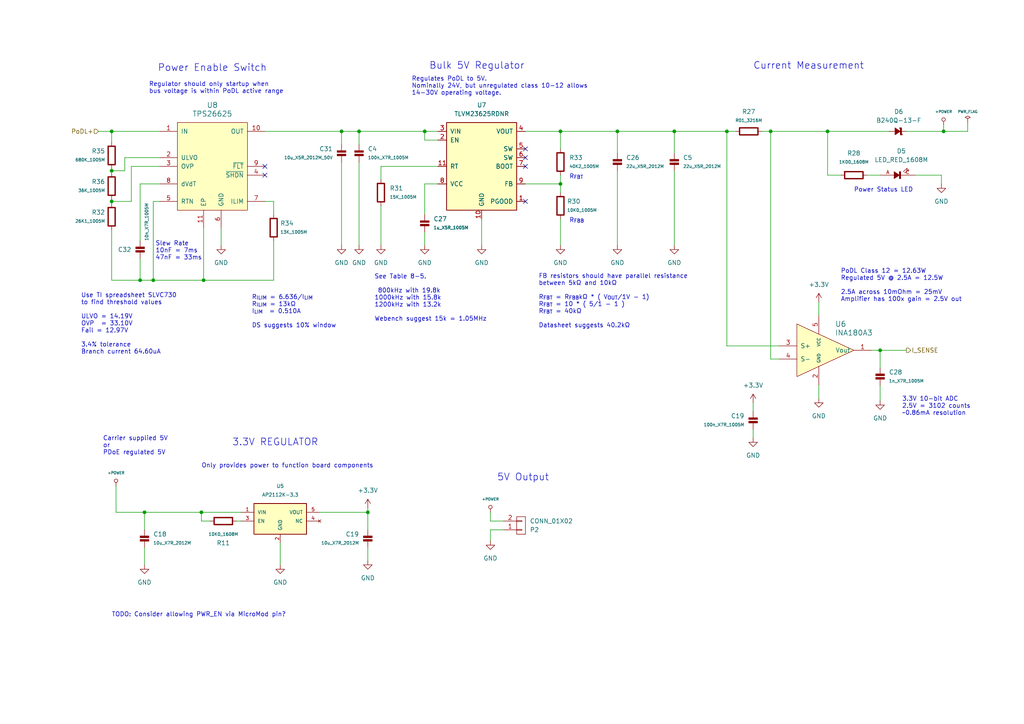
<source format=kicad_sch>
(kicad_sch (version 20230121) (generator eeschema)
  (paper "A4")
  (title_block (title "PoDL Handling and Regulation") (date "2023-08-16") (rev "V1.0") (comment 1 "also back-feeds MicroMod carrier board") (comment 2 "Regulator provides bulk 5V which powers local 3.3") (comment 3 "Input switch only activates after PSE starts"))
  (lib_symbols
    (symbol "appli_analog_devices:INA180A3" (pin_names (offset 1.016))
      (property "Reference" "U" (at 3.81 7.62 0))
      (property "Value" "INA180A3" (at 7.62 5.08 0))
      (symbol "INA180A3_0_1"
        (polyline (pts (xy -6.35 7.62) (xy -6.35 -7.62) (xy 10.16 0) (xy -6.35 7.62)) (fill (type background)))
      )
      (symbol "INA180A3_1_1"
        (pin input line (at 15.24 0 180) (length 5.08) (name "Vout") (number "1"))
        (pin input line (at 0 -10.16 90) (length 5.4102) (name "GND") (number "2"))
        (pin input line (at -11.43 1.27 0) (length 5.08) (name "S+") (number "3"))
        (pin input line (at -11.43 -2.54 0) (length 5.08) (name "S-") (number "4"))
        (pin input line (at 0 10.16 270) (length 5.4102) (name "VCC") (number "5"))
      )
    )
    (symbol "appli_capacitor:100n_X7R_1005M" (pin_numbers hide) (pin_names (offset 0.254))
      (property "Reference" "C" (at -2.286 -2.54 90))
      (property "Value" "100n_X7R_1005M" (at 2.159 -2.54 90))
      (symbol "100n_X7R_1005M_0_1"
        (rectangle (start -1.27 -2.794) (end 1.27 -3.302) (fill (type outline)))
        (rectangle (start -1.27 -1.778) (end 1.27 -2.286) (fill (type outline)))
      )
      (symbol "100n_X7R_1005M_1_1"
        (pin passive line (at 0 0 270) (length 1.778) (name "~") (number "1"))
        (pin passive line (at 0 -5.08 90) (length 1.778) (name "~") (number "2"))
      )
    )
    (symbol "appli_capacitor:10n_X7R_1005M" (pin_numbers hide) (pin_names (offset 0.254))
      (property "Reference" "C" (at -2.286 -2.54 90))
      (property "Value" "10n_X7R_1005M" (at 2.159 -2.54 90))
      (symbol "10n_X7R_1005M_0_1"
        (rectangle (start -1.27 -2.794) (end 1.27 -3.302) (fill (type outline)))
        (rectangle (start -1.27 -1.778) (end 1.27 -2.286) (fill (type outline)))
      )
      (symbol "10n_X7R_1005M_1_1"
        (pin passive line (at 0 0 270) (length 1.778) (name "~") (number "1"))
        (pin passive line (at 0 -5.08 90) (length 1.778) (name "~") (number "2"))
      )
    )
    (symbol "appli_capacitor:10u_X5R_2012M_50V" (pin_numbers hide) (pin_names (offset 0.254))
      (property "Reference" "C" (at -2.286 -2.54 90))
      (property "Value" "10u_X5R_2012M_50V" (at 2.159 -2.54 90))
      (symbol "10u_X5R_2012M_50V_0_1"
        (rectangle (start -1.27 -2.794) (end 1.27 -3.302) (fill (type outline)))
        (rectangle (start -1.27 -1.778) (end 1.27 -2.286) (fill (type outline)))
      )
      (symbol "10u_X5R_2012M_50V_1_1"
        (pin passive line (at 0 0 270) (length 1.778) (name "~") (number "1"))
        (pin passive line (at 0 -5.08 90) (length 1.778) (name "~") (number "2"))
      )
    )
    (symbol "appli_capacitor:10u_X7R_2012M" (pin_numbers hide) (pin_names (offset 0.254))
      (property "Reference" "C" (at -2.286 -2.54 90))
      (property "Value" "10u_X7R_2012M" (at 2.159 -2.54 90))
      (symbol "10u_X7R_2012M_0_1"
        (rectangle (start -1.27 -2.794) (end 1.27 -3.302) (fill (type outline)))
        (rectangle (start -1.27 -1.778) (end 1.27 -2.286) (fill (type outline)))
      )
      (symbol "10u_X7R_2012M_1_1"
        (pin passive line (at 0 0 270) (length 1.778) (name "~") (number "1"))
        (pin passive line (at 0 -5.08 90) (length 1.778) (name "~") (number "2"))
      )
    )
    (symbol "appli_capacitor:1n_X7R_1005M" (pin_numbers hide) (pin_names (offset 0.254))
      (property "Reference" "C" (at -2.286 -2.54 90))
      (property "Value" "1n_X7R_1005M" (at 2.159 -2.54 90))
      (symbol "1n_X7R_1005M_0_1"
        (rectangle (start -1.27 -2.794) (end 1.27 -3.302) (fill (type outline)))
        (rectangle (start -1.27 -1.778) (end 1.27 -2.286) (fill (type outline)))
      )
      (symbol "1n_X7R_1005M_1_1"
        (pin passive line (at 0 0 270) (length 1.778) (name "~") (number "1"))
        (pin passive line (at 0 -5.08 90) (length 1.778) (name "~") (number "2"))
      )
    )
    (symbol "appli_capacitor:1u_X5R_1005M" (pin_numbers hide) (pin_names (offset 0.254))
      (property "Reference" "C" (at -2.286 -2.54 90))
      (property "Value" "1u_X5R_1005M" (at 2.159 -2.54 90))
      (symbol "1u_X5R_1005M_0_1"
        (rectangle (start -1.27 -2.794) (end 1.27 -3.302) (fill (type outline)))
        (rectangle (start -1.27 -1.778) (end 1.27 -2.286) (fill (type outline)))
      )
      (symbol "1u_X5R_1005M_1_1"
        (pin passive line (at 0 0 270) (length 1.778) (name "~") (number "1"))
        (pin passive line (at 0 -5.08 90) (length 1.778) (name "~") (number "2"))
      )
    )
    (symbol "appli_capacitor:22u_X5R_2012M" (pin_numbers hide) (pin_names (offset 0.254))
      (property "Reference" "C" (at -2.286 -2.54 90))
      (property "Value" "22u_X5R_2012M" (at 2.159 -2.54 90))
      (symbol "22u_X5R_2012M_0_1"
        (rectangle (start -1.27 -2.794) (end 1.27 -3.302) (fill (type outline)))
        (rectangle (start -1.27 -1.778) (end 1.27 -2.286) (fill (type outline)))
      )
      (symbol "22u_X5R_2012M_1_1"
        (pin passive line (at 0 0 270) (length 1.778) (name "~") (number "1"))
        (pin passive line (at 0 -5.08 90) (length 1.778) (name "~") (number "2"))
      )
    )
    (symbol "appli_connector_wurth:CONN_01X02" (pin_names (offset 1.016) hide)
      (property "Reference" "P" (at 0 3.81 0))
      (property "Value" "CONN_01X02" (at 2.54 0 90))
      (symbol "CONN_01X02_0_1"
        (rectangle (start -1.27 -1.143) (end 0.254 -1.397))
        (rectangle (start -1.27 1.397) (end 0.254 1.143))
        (rectangle (start -1.27 2.54) (end 1.27 -2.54))
      )
      (symbol "CONN_01X02_1_1"
        (pin passive line (at -5.08 1.27 0) (length 3.81) (name "P1") (number "1"))
        (pin passive line (at -5.08 -1.27 0) (length 3.81) (name "P2") (number "2"))
      )
    )
    (symbol "appli_device:B240Q-13-F" (pin_numbers hide) (pin_names (offset 0.254) hide)
      (property "Reference" "D" (at 0 2.032 0))
      (property "Value" "B240Q-13-F" (at 0 -2.032 0))
      (symbol "B240Q-13-F_0_1"
        (rectangle (start -0.762 1.016) (end -1.143 -1.016) (fill (type outline)))
        (polyline (pts (xy -1.143 1.016) (xy -1.397 1.016) (xy -1.397 0.762)))
        (polyline (pts (xy -0.762 -1.016) (xy -0.508 -1.016) (xy -0.508 -0.762)))
        (polyline (pts (xy 0.762 -1.016) (xy -0.762 0) (xy 0.762 1.016) (xy 0.762 -1.016)) (fill (type outline)))
      )
      (symbol "B240Q-13-F_1_1"
        (pin passive line (at 2.54 0 180) (length 1.778) (name "A") (number "A"))
        (pin passive line (at -2.54 0 0) (length 1.778) (name "C") (number "C"))
      )
    )
    (symbol "appli_device:LED_RED_1608M" (pin_names (offset 1.016) hide)
      (property "Reference" "D" (at 0 2.54 0))
      (property "Value" "LED_RED_1608M" (at 0 -2.54 0))
      (symbol "LED_RED_1608M_0_1"
        (rectangle (start -0.508 1.016) (end -0.889 -1.016) (fill (type outline)))
        (polyline (pts (xy -2.032 -0.635) (xy -3.175 -1.651) (xy -3.048 -1.016)))
        (polyline (pts (xy -1.651 -1.016) (xy -2.794 -2.032) (xy -2.667 -1.397)))
        (polyline (pts (xy 1.016 -1.016) (xy -0.508 0) (xy 1.016 1.016) (xy 1.016 -1.016)) (fill (type outline)))
      )
      (symbol "LED_RED_1608M_1_1"
        (pin passive line (at 5.08 0 180) (length 4.445) (name "A") (number "A"))
        (pin passive line (at -5.08 0 0) (length 4.445) (name "C") (number "C"))
      )
    )
    (symbol "appli_power:+3.3V" (power) (pin_names (offset 0))
      (property "Value" "+3.3V" (at 0 3.556 0))
      (symbol "+3.3V_0_1"
        (polyline (pts (xy -0.762 1.27) (xy 0 2.54)))
        (polyline (pts (xy 0 0) (xy 0 2.54)))
        (polyline (pts (xy 0 2.54) (xy 0.762 1.27)))
      )
      (symbol "+3.3V_1_1"
        (pin power_in line (at 0 0 90) (length 0) hide (name "+3.3V") (number "1"))
      )
    )
    (symbol "appli_power:+POWER" (power) (pin_names (offset 0))
      (property "Value" "+POWER" (at 0 2.54 0))
      (symbol "+POWER_0_0"
        (pin power_in line (at 0 0 90) (length 0) hide (name "+POWER") (number "1"))
      )
      (symbol "+POWER_0_1"
        (polyline (pts (xy 0 0) (xy 0 1.016) (xy 0 1.016)))
        (circle (center 0 1.524) (radius 0.508))
      )
    )
    (symbol "appli_power:GND" (power) (pin_names (offset 0))
      (property "Value" "GND" (at 0 -3.81 0))
      (symbol "GND_0_1"
        (polyline (pts (xy 0 0) (xy 0 -1.27) (xy 1.27 -1.27) (xy 0 -2.54) (xy -1.27 -1.27) (xy 0 -1.27)))
      )
      (symbol "GND_1_1"
        (pin power_in line (at 0 0 270) (length 0) hide (name "GND") (number "1"))
      )
    )
    (symbol "appli_power:PWR_FLAG" (power) (pin_numbers hide) (pin_names (offset 0) hide)
      (property "Value" "PWR_FLAG" (at 0 2.54 0))
      (symbol "PWR_FLAG_0_0"
        (pin power_out line (at 0 0 90) (length 0) (name "pwr") (number "1"))
      )
      (symbol "PWR_FLAG_0_1"
        (polyline (pts (xy 0 0) (xy 0 1.143) (xy -0.762 1.524) (xy 0 1.905) (xy 0.762 1.524) (xy 0 1.143)))
      )
    )
    (symbol "appli_regulator:AP2112K-3.3" (pin_names (offset 1.016))
      (property "Reference" "U" (at -7.62 7.62 0))
      (property "Value" "AP2112K-3.3" (at -7.62 6.35 0))
      (symbol "AP2112K-3.3_0_1"
        (rectangle (start -7.62 3.81) (end 7.62 -5.08) (stroke (width 0.254)) (fill (type background)))
      )
      (symbol "AP2112K-3.3_1_1"
        (pin input line (at -11.43 1.27 0) (length 3.81) (name "VIN") (number "1"))
        (pin power_in line (at 0 -7.62 90) (length 2.54) (name "GND") (number "2"))
        (pin power_out line (at -11.43 -1.27 0) (length 3.81) (name "EN") (number "3"))
        (pin no_connect line (at 11.43 -1.27 180) (length 3.81) (name "NC") (number "4"))
        (pin power_out line (at 11.43 1.27 180) (length 3.81) (name "VOUT") (number "5"))
      )
    )
    (symbol "appli_regulator:TLVM23625RDNR" (pin_names (offset 1.016))
      (property "Reference" "U" (at -10.16 17.78 0))
      (property "Value" "TLVM23625RDNR" (at -10.16 15.24 0))
      (symbol "TLVM23625RDNR_0_1"
        (rectangle (start -10.16 12.7) (end 10.16 -12.7) (stroke (width 0.254)) (fill (type background)))
      )
      (symbol "TLVM23625RDNR_1_0"
        (pin input line (at 0 -15.24 90) (length 2.54) (name "GND") (number "10"))
        (pin input line (at -12.7 0 0) (length 2.54) (name "RT") (number "11"))
        (pin input line (at 12.7 0 180) (length 2.54) (name "BOOT") (number "7"))
        (pin input line (at -12.7 -5.08 0) (length 2.54) (name "VCC") (number "8"))
        (pin input line (at 12.7 -5.08 180) (length 2.54) (name "FB") (number "9"))
      )
      (symbol "TLVM23625RDNR_1_1"
        (pin passive line (at 12.7 -10.16 180) (length 2.54) (name "PGOOD") (number "1"))
        (pin input line (at -12.7 7.62 0) (length 2.54) (name "EN") (number "2"))
        (pin input line (at -12.7 10.16 0) (length 2.54) (name "VIN") (number "3"))
        (pin power_out line (at 12.7 10.16 180) (length 2.54) (name "VOUT") (number "4"))
        (pin input line (at 12.7 5.08 180) (length 2.54) (name "SW") (number "5"))
        (pin input line (at 12.7 2.54 180) (length 2.54) (name "SW") (number "6"))
      )
    )
    (symbol "appli_resistor:10K0_1005M" (pin_numbers hide) (pin_names (offset 0))
      (property "Reference" "R" (at -2.159 -3.81 90))
      (property "Value" "10K0_1005M" (at 2.032 -3.81 90))
      (symbol "10K0_1005M_0_1"
        (rectangle (start -1.016 -1.143) (end 1.016 -6.477) (stroke (width 0.381)))
      )
      (symbol "10K0_1005M_1_1"
        (pin passive line (at 0 0 270) (length 1.143) (name "~") (number "1"))
        (pin passive line (at 0 -7.62 90) (length 1.143) (name "~") (number "2"))
      )
    )
    (symbol "appli_resistor:10K0_1608M" (pin_numbers hide) (pin_names (offset 0))
      (property "Reference" "R" (at -2.159 -3.81 90))
      (property "Value" "10K0_1608M" (at 2.032 -3.81 90))
      (symbol "10K0_1608M_0_1"
        (rectangle (start -1.016 -1.143) (end 1.016 -6.477) (stroke (width 0.381)))
      )
      (symbol "10K0_1608M_1_1"
        (pin passive line (at 0 0 270) (length 1.143) (name "~") (number "1"))
        (pin passive line (at 0 -7.62 90) (length 1.143) (name "~") (number "2"))
      )
    )
    (symbol "appli_resistor:13K_1005M" (pin_numbers hide) (pin_names (offset 0))
      (property "Reference" "R" (at -2.159 -3.81 90))
      (property "Value" "13K_1005M" (at 2.032 -3.81 90))
      (symbol "13K_1005M_0_1"
        (rectangle (start -1.016 -1.143) (end 1.016 -6.477) (stroke (width 0.381)))
      )
      (symbol "13K_1005M_1_1"
        (pin passive line (at 0 0 270) (length 1.143) (name "~") (number "1"))
        (pin passive line (at 0 -7.62 90) (length 1.143) (name "~") (number "2"))
      )
    )
    (symbol "appli_resistor:15K_1005M" (pin_numbers hide) (pin_names (offset 0))
      (property "Reference" "R" (at -2.159 -3.81 90))
      (property "Value" "15K_1005M" (at 2.032 -3.81 90))
      (symbol "15K_1005M_0_1"
        (rectangle (start -1.016 -1.143) (end 1.016 -6.477) (stroke (width 0.381)))
      )
      (symbol "15K_1005M_1_1"
        (pin passive line (at 0 0 270) (length 1.143) (name "~") (number "1"))
        (pin passive line (at 0 -7.62 90) (length 1.143) (name "~") (number "2"))
      )
    )
    (symbol "appli_resistor:1K00_1608M" (pin_numbers hide) (pin_names (offset 0))
      (property "Reference" "R" (at -2.159 -3.81 90))
      (property "Value" "1K00_1608M" (at 2.032 -3.81 90))
      (symbol "1K00_1608M_0_1"
        (rectangle (start -1.016 -1.143) (end 1.016 -6.477) (stroke (width 0.381)))
      )
      (symbol "1K00_1608M_1_1"
        (pin passive line (at 0 0 270) (length 1.143) (name "~") (number "1"))
        (pin passive line (at 0 -7.62 90) (length 1.143) (name "~") (number "2"))
      )
    )
    (symbol "appli_resistor:26K1_1005M" (pin_numbers hide) (pin_names (offset 0))
      (property "Reference" "R" (at -2.159 -3.81 90))
      (property "Value" "26K1_1005M" (at 2.032 -3.81 90))
      (symbol "26K1_1005M_0_1"
        (rectangle (start -1.016 -1.143) (end 1.016 -6.477) (stroke (width 0.381)))
      )
      (symbol "26K1_1005M_1_1"
        (pin passive line (at 0 0 270) (length 1.143) (name "~") (number "1"))
        (pin passive line (at 0 -7.62 90) (length 1.143) (name "~") (number "2"))
      )
    )
    (symbol "appli_resistor:36K_1005M" (pin_numbers hide) (pin_names (offset 0))
      (property "Reference" "R" (at -2.159 -3.81 90))
      (property "Value" "36K_1005M" (at 2.032 -3.81 90))
      (symbol "36K_1005M_0_1"
        (rectangle (start -1.016 -1.143) (end 1.016 -6.477) (stroke (width 0.381)))
      )
      (symbol "36K_1005M_1_1"
        (pin passive line (at 0 0 270) (length 1.143) (name "~") (number "1"))
        (pin passive line (at 0 -7.62 90) (length 1.143) (name "~") (number "2"))
      )
    )
    (symbol "appli_resistor:40K2_1005M" (pin_numbers hide) (pin_names (offset 0))
      (property "Reference" "R" (at -2.159 -3.81 90))
      (property "Value" "40K2_1005M" (at 2.032 -3.81 90))
      (symbol "40K2_1005M_0_1"
        (rectangle (start -1.016 -1.143) (end 1.016 -6.477) (stroke (width 0.381)))
      )
      (symbol "40K2_1005M_1_1"
        (pin passive line (at 0 0 270) (length 1.143) (name "~") (number "1"))
        (pin passive line (at 0 -7.62 90) (length 1.143) (name "~") (number "2"))
      )
    )
    (symbol "appli_resistor:680K_1005M" (pin_numbers hide) (pin_names (offset 0))
      (property "Reference" "R" (at -2.159 -3.81 90))
      (property "Value" "680K_1005M" (at 2.032 -3.81 90))
      (symbol "680K_1005M_0_1"
        (rectangle (start -1.016 -1.143) (end 1.016 -6.477) (stroke (width 0.381)))
      )
      (symbol "680K_1005M_1_1"
        (pin passive line (at 0 0 270) (length 1.143) (name "~") (number "1"))
        (pin passive line (at 0 -7.62 90) (length 1.143) (name "~") (number "2"))
      )
    )
    (symbol "appli_resistor:R01_3216M" (pin_numbers hide) (pin_names (offset 0))
      (property "Reference" "R" (at -2.159 -3.81 90))
      (property "Value" "R01_3216M" (at 2.032 -3.81 90))
      (symbol "R01_3216M_0_1"
        (rectangle (start -1.016 -1.143) (end 1.016 -6.477) (stroke (width 0.381)))
      )
      (symbol "R01_3216M_1_1"
        (pin passive line (at 0 0 270) (length 1.143) (name "~") (number "1"))
        (pin passive line (at 0 -7.62 90) (length 1.143) (name "~") (number "2"))
      )
    )
    (symbol "appli_special:TPS26625" (pin_names (offset 1.016))
      (property "Reference" "U" (at 0 17.78 0))
      (property "Value" "TPS26625" (at 0 15.24 0))
      (symbol "TPS26625_0_1"
        (rectangle (start -10.16 12.7) (end 10.16 -12.7) (fill (type background)))
      )
      (symbol "TPS26625_1_0"
        (pin input line (at 15.24 10.16 180) (length 5.08) (name "OUT") (number "10"))
        (pin input line (at -2.54 -17.78 90) (length 5.08) (name "EP") (number "11"))
        (pin input line (at 15.24 0 180) (length 5.08) (name "~{FLT}") (number "9"))
      )
      (symbol "TPS26625_1_1"
        (pin input line (at -15.24 10.16 0) (length 5.08) (name "IN") (number "1"))
        (pin input line (at -15.24 2.54 0) (length 5.08) (name "ULVO") (number "2"))
        (pin input line (at -15.24 0 0) (length 5.08) (name "OVP") (number "3"))
        (pin input line (at 15.24 -2.54 180) (length 5.08) (name "~{SHDN}") (number "4"))
        (pin input line (at -15.24 -10.16 0) (length 5.08) (name "RTN") (number "5"))
        (pin input line (at 2.54 -17.78 90) (length 5.08) (name "GND") (number "6"))
        (pin input line (at 15.24 -10.16 180) (length 5.08) (name "ILIM") (number "7"))
        (pin input line (at -15.24 -5.08 0) (length 5.08) (name "dVdT") (number "8"))
      )
    )
  )
  (junction (at 123.19 38.1))
  (junction (at 240.03 38.1))
  (junction (at 59.055 81.28))
  (junction (at 255.27 101.6))
  (junction (at 104.14 38.1))
  (junction (at 41.91 148.59))
  (junction (at 99.06 38.1))
  (junction (at 273.685 38.1))
  (junction (at 162.56 38.1))
  (junction (at 58.42 148.59))
  (junction (at 32.385 38.1))
  (junction (at 40.64 81.28))
  (junction (at 195.58 38.1))
  (junction (at 223.52 38.1))
  (junction (at 106.68 148.59))
  (junction (at 179.07 38.1))
  (junction (at 162.56 53.34))
  (junction (at 44.45 81.28))
  (junction (at 210.82 38.1))
  (junction (at 32.385 49.53))
  (junction (at 32.385 58.42))
  (no_connect (at 76.835 48.26))
  (no_connect (at 152.4 48.26))
  (no_connect (at 76.835 50.8))
  (no_connect (at 152.4 58.42))
  (no_connect (at 152.4 45.72))
  (no_connect (at 152.4 43.18))
  (wire (pts (xy 32.385 58.42) (xy 38.1 58.42)))
  (wire (pts (xy 32.385 81.28) (xy 40.64 81.28)))
  (wire (pts (xy 210.82 100.33) (xy 210.82 38.1)))
  (wire (pts (xy 32.385 57.785) (xy 32.385 58.42)))
  (wire (pts (xy 273.685 38.1) (xy 280.67 38.1)))
  (wire (pts (xy 32.385 58.42) (xy 32.385 59.055)))
  (wire (pts (xy 59.055 66.04) (xy 59.055 81.28)))
  (wire (pts (xy 243.84 50.8) (xy 240.03 50.8)))
  (wire (pts (xy 32.385 38.1) (xy 46.355 38.1)))
  (wire (pts (xy 139.7 63.5) (xy 139.7 71.12)))
  (wire (pts (xy 79.375 62.23) (xy 79.375 58.42)))
  (wire (pts (xy 152.4 53.34) (xy 162.56 53.34)))
  (wire (pts (xy 152.4 38.1) (xy 162.56 38.1)))
  (wire (pts (xy 220.98 38.1) (xy 223.52 38.1)))
  (wire (pts (xy 44.45 58.42) (xy 44.45 81.28)))
  (wire (pts (xy 38.1 48.26) (xy 46.355 48.26)))
  (wire (pts (xy 79.375 58.42) (xy 76.835 58.42)))
  (wire (pts (xy 223.52 104.14) (xy 226.06 104.14)))
  (wire (pts (xy 162.56 63.5) (xy 162.56 71.12)))
  (wire (pts (xy 106.68 158.75) (xy 106.68 162.56)))
  (wire (pts (xy 64.135 66.04) (xy 64.135 71.12)))
  (wire (pts (xy 106.68 148.59) (xy 106.68 153.67)))
  (wire (pts (xy 162.56 38.1) (xy 162.56 43.18)))
  (wire (pts (xy 195.58 38.1) (xy 195.58 44.45)))
  (wire (pts (xy 146.05 151.13) (xy 142.24 151.13)))
  (wire (pts (xy 162.56 50.8) (xy 162.56 53.34)))
  (wire (pts (xy 195.58 38.1) (xy 210.82 38.1)))
  (wire (pts (xy 262.89 38.1) (xy 273.685 38.1)))
  (wire (pts (xy 280.67 35.56) (xy 280.67 38.1)))
  (wire (pts (xy 32.385 38.1) (xy 32.385 41.275)))
  (wire (pts (xy 104.14 41.91) (xy 104.14 38.1)))
  (wire (pts (xy 265.43 50.8) (xy 273.05 50.8)))
  (wire (pts (xy 40.64 81.28) (xy 44.45 81.28)))
  (wire (pts (xy 104.14 46.99) (xy 104.14 71.12)))
  (wire (pts (xy 123.19 38.1) (xy 123.19 40.64)))
  (wire (pts (xy 33.655 140.97) (xy 33.655 148.59)))
  (wire (pts (xy 110.49 48.26) (xy 110.49 52.07)))
  (wire (pts (xy 252.73 101.6) (xy 255.27 101.6)))
  (wire (pts (xy 123.19 53.34) (xy 123.19 62.23)))
  (wire (pts (xy 32.385 66.675) (xy 32.385 81.28)))
  (wire (pts (xy 104.14 38.1) (xy 99.06 38.1)))
  (wire (pts (xy 40.64 53.34) (xy 40.64 69.85)))
  (wire (pts (xy 127 53.34) (xy 123.19 53.34)))
  (wire (pts (xy 251.46 50.8) (xy 255.27 50.8)))
  (wire (pts (xy 76.835 38.1) (xy 99.06 38.1)))
  (wire (pts (xy 210.82 38.1) (xy 213.36 38.1)))
  (wire (pts (xy 28.575 38.1) (xy 32.385 38.1)))
  (wire (pts (xy 240.03 38.1) (xy 257.81 38.1)))
  (wire (pts (xy 273.05 50.8) (xy 273.05 53.34)))
  (wire (pts (xy 142.24 151.13) (xy 142.24 148.59)))
  (wire (pts (xy 58.42 148.59) (xy 69.85 148.59)))
  (wire (pts (xy 218.44 124.46) (xy 218.44 127)))
  (wire (pts (xy 32.385 49.53) (xy 32.385 50.165)))
  (wire (pts (xy 59.055 81.28) (xy 79.375 81.28)))
  (wire (pts (xy 38.1 58.42) (xy 38.1 48.26)))
  (wire (pts (xy 218.44 116.84) (xy 218.44 119.38)))
  (wire (pts (xy 223.52 38.1) (xy 240.03 38.1)))
  (wire (pts (xy 110.49 59.69) (xy 110.49 71.12)))
  (wire (pts (xy 99.06 46.99) (xy 99.06 71.12)))
  (wire (pts (xy 92.71 148.59) (xy 106.68 148.59)))
  (wire (pts (xy 41.91 148.59) (xy 58.42 148.59)))
  (wire (pts (xy 210.82 100.33) (xy 226.06 100.33)))
  (wire (pts (xy 36.195 45.72) (xy 46.355 45.72)))
  (wire (pts (xy 46.355 53.34) (xy 40.64 53.34)))
  (wire (pts (xy 255.27 101.6) (xy 255.27 106.68)))
  (wire (pts (xy 195.58 49.53) (xy 195.58 71.12)))
  (wire (pts (xy 127 48.26) (xy 110.49 48.26)))
  (wire (pts (xy 60.96 151.13) (xy 58.42 151.13)))
  (wire (pts (xy 46.355 58.42) (xy 44.45 58.42)))
  (wire (pts (xy 40.64 74.93) (xy 40.64 81.28)))
  (wire (pts (xy 223.52 38.1) (xy 223.52 104.14)))
  (wire (pts (xy 99.06 38.1) (xy 99.06 41.91)))
  (wire (pts (xy 104.14 38.1) (xy 123.19 38.1)))
  (wire (pts (xy 255.27 111.76) (xy 255.27 116.205)))
  (wire (pts (xy 58.42 151.13) (xy 58.42 148.59)))
  (wire (pts (xy 41.91 158.75) (xy 41.91 163.83)))
  (wire (pts (xy 41.91 148.59) (xy 41.91 153.67)))
  (wire (pts (xy 240.03 38.1) (xy 240.03 50.8)))
  (wire (pts (xy 123.19 67.31) (xy 123.19 71.12)))
  (wire (pts (xy 68.58 151.13) (xy 69.85 151.13)))
  (wire (pts (xy 162.56 53.34) (xy 162.56 55.88)))
  (wire (pts (xy 81.28 157.48) (xy 81.28 163.83)))
  (wire (pts (xy 44.45 81.28) (xy 59.055 81.28)))
  (wire (pts (xy 32.385 49.53) (xy 36.195 49.53)))
  (wire (pts (xy 106.68 147.32) (xy 106.68 148.59)))
  (wire (pts (xy 179.07 49.53) (xy 179.07 71.12)))
  (wire (pts (xy 142.24 153.67) (xy 142.24 156.845)))
  (wire (pts (xy 179.07 38.1) (xy 195.58 38.1)))
  (wire (pts (xy 79.375 81.28) (xy 79.375 69.85)))
  (wire (pts (xy 33.655 148.59) (xy 41.91 148.59)))
  (wire (pts (xy 255.27 101.6) (xy 262.89 101.6)))
  (wire (pts (xy 179.07 38.1) (xy 179.07 44.45)))
  (wire (pts (xy 237.49 87.63) (xy 237.49 91.44)))
  (wire (pts (xy 123.19 40.64) (xy 127 40.64)))
  (wire (pts (xy 146.05 153.67) (xy 142.24 153.67)))
  (wire (pts (xy 32.385 48.895) (xy 32.385 49.53)))
  (wire (pts (xy 162.56 38.1) (xy 179.07 38.1)))
  (wire (pts (xy 36.195 45.72) (xy 36.195 49.53)))
  (wire (pts (xy 123.19 38.1) (xy 127 38.1)))
  (wire (pts (xy 273.685 38.1) (xy 273.685 36.195)))
  (wire (pts (xy 237.49 111.76) (xy 237.49 115.57)))
  (text "3.3V 10-bit ADC\n2.5V = 3102 counts\n~0.86mA resolution" (at 261.62 120.65 0) (effects (font (size 1.27 1.27)) (justify left bottom)))
  (text "PoDL Class 12 = 12.63W\nRegulated 5V @ 2.5A = 12.5W\n\n2.5A across 10mOhm = 25mV\nAmplifier has 100x gain = 2.5V out" (at 243.84 87.63 0) (effects (font (size 1.27 1.27)) (justify left bottom)))
  (text "Only provides power to function board components" (at 58.42 135.89 0) (effects (font (size 1.27 1.27)) (justify left bottom)))
  (text "Slew Rate\n10nF = 7ms\n47nF = 33ms" (at 45.085 75.565 0) (effects (font (size 1.27 1.27)) (justify left bottom)))
  (text "TODO: Consider allowing PWR_EN via MicroMod pin?" (at 32.385 179.07 0) (effects (font (size 1.27 1.27)) (justify left bottom)))
  (text "FB resistors should have parallel resistance\nbetween 5kΩ and 10kΩ\n\nR_{FBT} = R_{FBB}kΩ * ( V_{OUT}/1V - 1)\nR_{FBT} = 10 * ( 5/1 - 1 )\nR_{FBT} = 40kΩ\n\nDatasheet suggests 40.2kΩ" (at 156.21 95.25 0) (effects (font (size 1.27 1.27)) (justify left bottom)))
  (text "Regulator should only startup when\nbus voltage is within PoDL active range" (at 43.18 27.305 0) (effects (font (size 1.27 1.27)) (justify left bottom)))
  (text "Use TI spreadsheet SLVC730\nto find threshold values\n\nULVO = 14.19V\nOVP	 = 33.10V\nFail = 12.97V \n\n3.4% tolerance\nBranch current 64.60uA	\n" (at 23.495 102.87 0) (effects (font (size 1.27 1.27)) (justify left bottom)))
  (text "See Table 8-5.\n\n 800kHz with 19.8k\n1000kHz with 15.8k\n1200kHz with 13.2k\n\nWebench suggest 15k = 1.05MHz" (at 108.585 93.345 0) (effects (font (size 1.27 1.27)) (justify left bottom)))
  (text "Current Measurement" (at 218.44 20.32 0) (effects (font (size 2 2)) (justify left bottom)))
  (text "R_{FBT}" (at 165.1 52.07 0) (effects (font (size 1.27 1.27)) (justify left bottom)))
  (text "3.3V REGULATOR" (at 67.31 129.54 0) (effects (font (size 2 2)) (justify left bottom)))
  (text "Carrier supplied 5V\nor\nPDoE regulated 5V" (at 29.845 132.08 0) (effects (font (size 1.27 1.27)) (justify left bottom)))
  (text "Bulk 5V Regulator" (at 124.46 20.32 0) (effects (font (size 2 2)) (justify left bottom)))
  (text "Power Status LED" (at 247.65 55.88 0) (effects (font (size 1.27 1.27)) (justify left bottom)))
  (text "R_{ILIM} = 6.636/I_{LIM}\nR_{ILIM} = 13kΩ\nI_{LIM}  = 0.510A\n\nDS suggests 10% window" (at 73.025 95.25 0) (effects (font (size 1.27 1.27)) (justify left bottom)))
  (text "R_{FBB}" (at 165.1 64.77 0) (effects (font (size 1.27 1.27)) (justify left bottom)))
  (text "Power Enable Switch" (at 45.72 20.955 0) (effects (font (size 2 2)) (justify left bottom)))
  (text "Regulates PoDL to 5V.\nNominally 24V, but unregulated class 10-12 allows\n14-30V operating voltage.\n\n" (at 119.38 29.845 0) (effects (font (size 1.27 1.27)) (justify left bottom)))
  (text "5V Output" (at 144.145 139.7 0) (effects (font (size 2 2)) (justify left bottom)))
  (hierarchical_label "PoDL+" (shape input) (at 28.575 38.1 180))
  (hierarchical_label "I_SENSE" (shape output) (at 262.89 101.6 0))
  (symbol (lib_id "appli_analog_devices:INA180A3") (at 237.49 101.6 0) (unit 1)
    (property "Reference" "U6" (at 243.84 93.98 0) (effects (font (size 1.524 1.524))))
    (property "Value" "INA180A3" (at 247.65 96.52 0) (effects (font (size 1.524 1.524))))
    (property "Footprint" "Applidyne_SOT:SOT23-8P65_280X145L45X30N" (effects hide))
    (property "Datasheet" "http://www.ti.com/lit/ds/symlink/ina180.pdf" (effects hide))
    (property "manf" "TEXAS INSTRUMENTS" (effects hide))
    (property "manf#" "INA180A3IDBVR" (effects hide))
    (property "Supplier" "Mouser" (effects hide))
    (property "Supplier Part No" "595-INA180A3IDBVR" (effects hide))
    (property "Supplier URL" "https://au.mouser.com/ProductDetail/Texas-Instruments/INA180A3IDBVR" (effects hide))
    (property "Supplier Price" "0.66" (effects hide))
    (property "Supplier Price Break" "10" (effects hide))
    (instances (project "spe-sink" (path "" (reference "U6") (unit 1)) (path "" (reference "U5") (unit 1))))
  )
  (symbol (lib_id "appli_capacitor:10u_X7R_2012M") (at 106.68 153.67 0) (mirror y) (unit 1)
    (property "Reference" "C19" (at 104.14 154.94 0) (effects (justify left)))
    (property "Value" "10u_X7R_2012M" (at 104.14 157.48 0) (effects (font (size 0.889 0.889)) (justify left)))
    (property "Footprint" "Applidyne_Capacitor:CAPC2012X110N" (effects hide))
    (property "Datasheet" "http://www.farnell.com/datasheets/1870456.pdf" (effects hide))
    (property "manf" "MULTICOMP" (effects hide))
    (property "manf#" "MC0805B106K6R3CT" (effects hide))
    (property "Supplier" "Element14" (effects hide))
    (property "Supplier Part No" "2320851" (effects hide))
    (property "Supplier URL" "http://au.element14.com/multicomp/mc0805b106k6r3ct/cap-mlcc-x7r-10uf-6-3v-0805/dp/2320851" (effects hide))
    (property "Supplier Price" "0.241" (effects hide))
    (property "Supplier Price Break" "10" (effects hide))
    (instances (project "spe-sink" (path "" (reference "C19") (unit 1)) (path "" (reference "C21") (unit 1))))
  )
  (symbol (lib_id "appli_power:GND") (at 139.7 71.12 0) (unit 1)
    (property "Reference" "#PWR060" (effects hide))
    (property "Value" "GND" (at 139.7 76.2 0))
  )
  (symbol (lib_id "appli_capacitor:100n_X7R_1005M") (at 104.14 41.91 0) (unit 1)
    (property "Reference" "C4" (at 106.68 43.18 0) (effects (justify left)))
    (property "Value" "100n_X7R_1005M" (at 106.68 45.72 0) (effects (font (size 0.889 0.889)) (justify left)))
    (property "Footprint" "Applidyne_Capacitor:CAPC1005X60N" (effects hide))
    (property "Datasheet" "http://www.farnell.com/datasheets/1936565.pdf" (effects hide))
    (property "manf" "TDK" (effects hide))
    (property "manf#" "CGA2B3X7R1H104K050BB" (effects hide))
    (property "Supplier" "Element14" (effects hide))
    (property "Supplier Part No" "2210822" (effects hide))
    (property "Supplier URL" "http://au.element14.com/tdk/cga2b3x7r1h104k050bb/cap-mlcc-x7r-100nf-50v-0402/dp/2210822" (effects hide))
    (property "Supplier Price" "0.087" (effects hide))
    (property "Supplier Price Break" "100" (effects hide))
  )
  (symbol (lib_id "appli_resistor:26K1_1005M") (at 32.385 59.055 0) (mirror y) (unit 1)
    (property "Reference" "R32" (at 30.48 61.595 0) (effects (justify left)))
    (property "Value" "26K1_1005M" (at 30.48 64.135 0) (effects (font (size 0.889 0.889)) (justify left)))
    (property "Footprint" "Applidyne_Resistor:RESC1005X40N" (effects hide))
    (property "Datasheet" "http://www.vishay.com/docs/20043/crcwhpe3.pdf" (effects hide))
    (property "manf" "Vishay Dale" (effects hide))
    (property "manf#" "CRCW040226K1FKEDHP" (effects hide))
    (property "Supplier" "Digi-Key" (effects hide))
    (property "Supplier Part No" "541-26.1KYCT-ND" (effects hide))
    (property "Supplier URL" "https://www.digikey.com.au/product-detail/en/vishay-dale/CRCW040226K1FKEDHP/541-26.1KYCT-ND/5326782" (effects hide))
    (property "Supplier Price" "0.0766" (effects hide))
    (property "Supplier Price Break" "100" (effects hide))
  )
  (symbol (lib_id "appli_power:+POWER") (at 142.24 148.59 0) (unit 1)
    (property "Reference" "#PWR058" (effects hide))
    (property "Value" "+POWER" (at 142.24 144.78 0) (effects (font (size 0.762 0.762))))
  )
  (symbol (lib_id "appli_special:TPS26625") (at 61.595 48.26 0) (unit 1)
    (property "Reference" "U8" (at 61.595 30.48 0) (effects (font (size 1.524 1.524))))
    (property "Value" "TPS26625" (at 61.595 33.02 0) (effects (font (size 1.524 1.524))))
    (property "Footprint" "Applidyne_SON:SON50P300X300X90-11T240X165N_RELIEF" (effects hide))
    (property "Datasheet" "https://www.ti.com/general/docs/suppproductinfo.tsp?distId=10&gotoUrl=https%3A%2F%2Fwww.ti.com%2Flit%2Fgpn%2Ftps2662" (effects hide))
    (property "manf" "Texas Instruments" (effects hide))
    (property "manf#" "TPS26625DRCR" (effects hide))
    (property "Supplier" "Digikey" (effects hide))
    (property "Supplier Part No" "296-52606-1-ND" (effects hide))
    (property "Supplier URL" "https://www.digikey.com.au/en/products/detail/texas-instruments/TPS26625DRCR/9692673" (effects hide))
    (property "Supplier Price" "3.58" (effects hide))
    (property "Supplier Price Break" "10" (effects hide))
  )
  (symbol (lib_id "appli_power:+3.3V") (at 218.44 116.84 0) (unit 1)
    (property "Reference" "#PWR037" (effects hide))
    (property "Value" "+3.3V" (at 218.44 111.76 0))
    (instances (project "spe-sink" (path "" (reference "#PWR037") (unit 1)) (path "" (reference "#PWR035") (unit 1))))
  )
  (symbol (lib_id "appli_resistor:R01_3216M") (at 213.36 38.1 90) (unit 1)
    (property "Reference" "R27" (at 217.17 32.385 90))
    (property "Value" "R01_3216M" (at 217.17 34.925 90) (effects (font (size 0.889 0.889))))
    (property "Footprint" "Applidyne_Resistor:RESC3216X60N" (effects hide))
    (property "Datasheet" "http://www.farnell.com/datasheets/2049155.pdf?" (effects hide))
    (property "manf" "Vishay" (effects hide))
    (property "manf#" "WSLP1206R0100FEA" (effects hide))
    (property "Supplier" "Element14" (effects hide))
    (property "Supplier Part No" "683-6215" (effects hide))
    (property "Supplier URL" "http://au.rs-online.com/web/p/surface-mount-fixed-resistors/6836215" (effects hide))
    (property "Supplier Price" "1.15" (effects hide))
    (property "Supplier Price Break" "1" (effects hide))
  )
  (symbol (lib_id "appli_capacitor:100n_X7R_1005M") (at 218.44 119.38 0) (mirror y) (unit 1)
    (property "Reference" "C19" (at 215.9 120.65 0) (effects (justify left)))
    (property "Value" "100n_X7R_1005M" (at 215.9 123.19 0) (effects (font (size 0.889 0.889)) (justify left)))
    (property "Footprint" "Applidyne_Capacitor:CAPC1005X60N" (effects hide))
    (property "Datasheet" "http://www.farnell.com/datasheets/1936565.pdf" (effects hide))
    (property "manf" "TDK" (effects hide))
    (property "manf#" "CGA2B3X7R1H104K050BB" (effects hide))
    (property "Supplier" "Element14" (effects hide))
    (property "Supplier Part No" "2210822" (effects hide))
    (property "Supplier URL" "http://au.element14.com/tdk/cga2b3x7r1h104k050bb/cap-mlcc-x7r-100nf-50v-0402/dp/2210822" (effects hide))
    (property "Supplier Price" "0.087" (effects hide))
    (property "Supplier Price Break" "100" (effects hide))
  )
  (symbol (lib_id "appli_power:GND") (at 99.06 71.12 0) (unit 1)
    (property "Reference" "#PWR067" (effects hide))
    (property "Value" "GND" (at 99.06 76.2 0))
  )
  (symbol (lib_id "appli_power:GND") (at 106.68 162.56 0) (unit 1)
    (property "Reference" "#PWR027" (effects hide))
    (property "Value" "GND" (at 106.68 167.64 0))
    (instances (project "spe-sink" (path "" (reference "#PWR027") (unit 1)) (path "" (reference "#PWR038") (unit 1))))
  )
  (symbol (lib_id "appli_device:LED_RED_1608M") (at 260.35 50.8 180) (unit 1)
    (property "Reference" "D5" (at 261.4295 43.815 0))
    (property "Value" "LED_RED_1608M" (at 261.4295 46.355 0))
    (property "Footprint" "Applidyne_LED:LEDC1608X80L40N" (effects hide))
    (property "Datasheet" "http://www.farnell.com/datasheets/1484480.pdf" (effects hide))
    (property "manf" "DIALIGHT" (effects hide))
    (property "manf#" "5988010107F" (effects hide))
    (property "Supplier" "Element 14" (effects hide))
    (property "Supplier Part No" "1465988" (effects hide))
    (property "Supplier URL" "https://au.element14.com/dialight/5988010107f/led-0603-red-40mcd-635nm/dp/1465988" (effects hide))
    (property "Supplier Price" "0.513" (effects hide))
    (property "Supplier Price Break" "10" (effects hide))
  )
  (symbol (lib_id "appli_capacitor:10u_X7R_2012M") (at 41.91 153.67 0) (unit 1)
    (property "Reference" "C18" (at 44.45 154.94 0) (effects (justify left)))
    (property "Value" "10u_X7R_2012M" (at 44.45 157.48 0) (effects (font (size 0.889 0.889)) (justify left)))
    (property "Footprint" "Applidyne_Capacitor:CAPC2012X110N" (effects hide))
    (property "Datasheet" "http://www.farnell.com/datasheets/1870456.pdf" (effects hide))
    (property "manf" "MULTICOMP" (effects hide))
    (property "manf#" "MC0805B106K6R3CT" (effects hide))
    (property "Supplier" "Element14" (effects hide))
    (property "Supplier Part No" "2320851" (effects hide))
    (property "Supplier URL" "http://au.element14.com/multicomp/mc0805b106k6r3ct/cap-mlcc-x7r-10uf-6-3v-0805/dp/2320851" (effects hide))
    (property "Supplier Price" "0.241" (effects hide))
    (property "Supplier Price Break" "10" (effects hide))
  )
  (symbol (lib_id "appli_capacitor:22u_X5R_2012M") (at 179.07 44.45 0) (unit 1)
    (property "Reference" "C26" (at 181.61 45.72 0) (effects (justify left)))
    (property "Value" "22u_X5R_2012M" (at 181.61 48.26 0) (effects (font (size 0.889 0.889)) (justify left)))
    (property "Footprint" "Applidyne_Capacitor:CAPC2012X110N" (effects hide))
    (property "Datasheet" "http://www.farnell.com/datasheets/2048737.pdf" (effects hide))
    (property "manf" "muRata" (effects hide))
    (property "manf#" "GRM21BR61E226ME44L" (effects hide))
    (property "Supplier" "Element14" (effects hide))
    (property "Supplier Part No" "1907510" (effects hide))
    (property "Supplier URL" "https://au.element14.com/murata/grm21br61e226me44l/cap-22-f-25v-20-x5r-0805/dp/1907510" (effects hide))
    (property "Supplier Price" "0.33" (effects hide))
    (property "Supplier Price Break" "100" (effects hide))
  )
  (symbol (lib_id "appli_resistor:15K_1005M") (at 110.49 52.07 0) (unit 1)
    (property "Reference" "R31" (at 113.03 54.61 0) (effects (justify left)))
    (property "Value" "15K_1005M" (at 113.03 57.15 0) (effects (font (size 0.889 0.889)) (justify left)))
    (property "Footprint" "Applidyne_Resistor:RESC1005X40N" (effects hide))
    (property "Datasheet" "http://www.farnell.com/datasheets/1911175.pdf" (effects hide))
    (property "manf" "PANASONIC" (effects hide))
    (property "manf#" "ERJ2RKF1502X" (effects hide))
    (property "Supplier" "Element14" (effects hide))
    (property "Supplier Part No" "2302754" (effects hide))
    (property "Supplier URL" "http://au.element14.com/panasonic-electronic-components/erj2rkf1502x/res-thick-film-15k-1-0-1w-0402/dp/2302754" (effects hide))
    (property "Supplier Price" "0.011" (effects hide))
    (property "Supplier Price Break" "50" (effects hide))
  )
  (symbol (lib_id "appli_resistor:10K0_1005M") (at 162.56 55.88 0) (unit 1)
    (property "Reference" "R30" (at 164.465 58.42 0) (effects (justify left)))
    (property "Value" "10K0_1005M" (at 164.465 60.96 0) (effects (font (size 0.889 0.889)) (justify left)))
    (property "Footprint" "Applidyne_Resistor:RESC1005X40N" (effects hide))
    (property "Datasheet" "http://www.farnell.com/datasheets/2111203.pdf" (effects hide))
    (property "manf" "VISHAY" (effects hide))
    (property "manf#" "CRCW040210K0FKED" (effects hide))
    (property "Supplier" "Element14" (effects hide))
    (property "Supplier Part No" "1469669" (effects hide))
    (property "Supplier URL" "http://au.element14.com/vishay/crcw040210k0fked/res-thick-film-10k-1-0-063w-0402/dp/1469669" (effects hide))
    (property "Supplier Price" "0.009" (effects hide))
    (property "Supplier Price Break" "10" (effects hide))
  )
  (symbol (lib_id "appli_power:+POWER") (at 273.685 36.195 0) (unit 1)
    (property "Reference" "#PWR054" (effects hide))
    (property "Value" "+POWER" (at 273.685 32.385 0) (effects (font (size 0.762 0.762))))
  )
  (symbol (lib_id "appli_power:GND") (at 237.49 115.57 0) (unit 1)
    (property "Reference" "#PWR035" (effects hide))
    (property "Value" "GND" (at 237.49 120.65 0))
    (instances (project "spe-sink" (path "" (reference "#PWR035") (unit 1)) (path "" (reference "#PWR027") (unit 1))))
  )
  (symbol (lib_id "appli_resistor:10K0_1608M") (at 60.96 151.13 90) (mirror x) (unit 1)
    (property "Reference" "R11" (at 64.77 157.48 90))
    (property "Value" "10K0_1608M" (at 64.77 154.94 90) (effects (font (size 0.889 0.889))))
    (property "Footprint" "Applidyne_Resistor:RESC1608X50N" (effects hide))
    (property "Datasheet" "http://www.farnell.com/datasheets/1723233.pdf" (effects hide))
    (property "manf" "TE CONNECTIVITY" (effects hide))
    (property "manf#" "CRGH0603F10K" (effects hide))
    (property "Supplier" "Element14" (effects hide))
    (property "Supplier Part No" "2332016" (effects hide))
    (property "Supplier URL" "http://au.element14.com/te-connectivity/crgh0603f10k/resistor-power-10k-0-2w-1-0603/dp/2332016" (effects hide))
    (property "Supplier Price" "0.02" (effects hide))
    (property "Supplier Price Break" "10" (effects hide))
  )
  (symbol (lib_id "appli_capacitor:10u_X5R_2012M_50V") (at 99.06 41.91 0) (mirror y) (unit 1)
    (property "Reference" "C31" (at 96.52 43.18 0) (effects (justify left)))
    (property "Value" "10u_X5R_2012M_50V" (at 96.52 45.72 0) (effects (font (size 0.889 0.889)) (justify left)))
    (property "Footprint" "Applidyne_Capacitor:CAPC2012X110N" (effects hide))
    (property "Datasheet" "https://search.murata.co.jp/Ceramy/image/img/A01X/G101/ENG/GRM21BR61H106ME43-01A.pdf" (effects hide))
    (property "manf" "Murata Electronics" (effects hide))
    (property "manf#" "GRM21BR61H106ME43L" (effects hide))
    (property "Supplier" "Digikey" (effects hide))
    (property "Supplier Part No" "490-18664-1-ND" (effects hide))
    (property "Supplier URL" "https://www.digikey.com.au/en/products/detail/murata-electronics/GRM21BR61H106ME43L/10326317" (effects hide))
    (property "Supplier Price" "0.335" (effects hide))
    (property "Supplier Price Break" "10" (effects hide))
  )
  (symbol (lib_id "appli_device:B240Q-13-F") (at 260.35 38.1 180) (unit 1)
    (property "Reference" "D6" (at 260.6675 32.385 0))
    (property "Value" "B240Q-13-F" (at 260.6675 34.925 0))
    (property "Footprint" "Applidyne_SOD:SODFL5436X262N" (effects hide))
    (property "Datasheet" "https://www.diodes.com/assets/Datasheets/ds13004.pdf" (effects hide))
    (property "manf" "DIODES" (effects hide))
    (property "manf#" "B240Q-13-F" (effects hide))
    (property "Supplier" "DigiKey" (effects hide))
    (property "Supplier Part No" "B240Q-13-FDICT-ND" (effects hide))
    (property "Supplier URL" "https://www.digikey.lv/product-detail/en/diodes-incorporated/B240Q-13-F/B240Q-13-FDICT-ND/5223257" (effects hide))
    (property "Supplier Price" "0.35" (effects hide))
    (property "Supplier Price Break" "1" (effects hide))
  )
  (symbol (lib_id "appli_regulator:TLVM23625RDNR") (at 139.7 48.26 0) (unit 1)
    (property "Reference" "U7" (at 139.7 30.48 0))
    (property "Value" "TLVM23625RDNR" (at 139.7 33.02 0))
    (property "Footprint" "Applidyne_QFN:QFN50P450X350X200-11-FCMOD11" (effects hide))
    (property "Datasheet" "https://www.ti.com/lit/ds/symlink/tlvm23625.pdf" (effects hide))
    (property "manf" "TEXAS INSTRUMENTS" (effects hide))
    (property "manf#" "TLVM23625RDNR" (effects hide))
    (property "Supplier" "Digikey" (effects hide))
    (property "Supplier Part No" "296-TLVM23625RDNRCT-ND" (effects hide))
    (property "Supplier URL" "https://www.digikey.com.au/en/products/detail/texas-instruments/TLVM23625RDNR/18111282" (effects hide))
    (property "Supplier Price" "3.64" (effects hide))
    (property "Supplier Price Break" "10" (effects hide))
  )
  (symbol (lib_id "appli_power:GND") (at 273.05 53.34 0) (unit 1)
    (property "Reference" "#PWR052" (effects hide))
    (property "Value" "GND" (at 273.05 58.42 0))
  )
  (symbol (lib_id "appli_resistor:13K_1005M") (at 79.375 62.23 0) (unit 1)
    (property "Reference" "R34" (at 81.28 64.77 0) (effects (justify left)))
    (property "Value" "13K_1005M" (at 81.28 67.31 0) (effects (font (size 0.889 0.889)) (justify left)))
    (property "Footprint" "Applidyne_Resistor:RESC1005X40N" (effects hide))
    (property "Datasheet" "http://www.yageo.com/documents/recent/PYu-RC_Group_51_RoHS_L_10.pdf" (effects hide))
    (property "manf" "Yageo" (effects hide))
    (property "manf#" "RC0402FR-0713KL" (effects hide))
    (property "Supplier" "Digi-Key" (effects hide))
    (property "Supplier Part No" "311-13.0KLRCT-ND" (effects hide))
    (property "Supplier URL" "https://www.digikey.com.au/product-detail/en/yageo/RC0402FR-0713KL/311-13.0KLRCT-ND/729486" (effects hide))
    (property "Supplier Price" "0.0101" (effects hide))
    (property "Supplier Price Break" "100" (effects hide))
  )
  (symbol (lib_id "appli_capacitor:1u_X5R_1005M") (at 123.19 62.23 0) (unit 1)
    (property "Reference" "C27" (at 125.73 63.5 0) (effects (justify left)))
    (property "Value" "1u_X5R_1005M" (at 125.73 66.04 0) (effects (font (size 0.889 0.889)) (justify left)))
    (property "Footprint" "Applidyne_Capacitor:CAPC1005X60N" (effects hide))
    (property "Datasheet" "http://www.farnell.com/datasheets/2291921.pdf" (effects hide))
    (property "manf" "TDK" (effects hide))
    (property "manf#" "C1005X5R1V105K050BC" (effects hide))
    (property "Supplier" "Element14" (effects hide))
    (property "Supplier Part No" "2346885" (effects hide))
    (property "Supplier URL" "http://au.element14.com/tdk/c1005x5r1v105k050bc/cap-mlcc-x5r-1uf-35v-0402/dp/2346885" (effects hide))
    (property "Supplier Price" "0.101" (effects hide))
    (property "Supplier Price Break" "100" (effects hide))
  )
  (symbol (lib_id "appli_power:+POWER") (at 33.655 140.97 0) (unit 1)
    (property "Reference" "#PWR056" (effects hide))
    (property "Value" "+POWER" (at 33.655 137.16 0) (effects (font (size 0.762 0.762))))
  )
  (symbol (lib_id "appli_regulator:AP2112K-3.3") (at 81.28 149.86 0) (unit 1)
    (property "Reference" "U5" (at 81.28 140.97 0) (effects (font (size 1.016 1.016))))
    (property "Value" "AP2112K-3.3" (at 81.28 143.51 0) (effects (font (size 1.016 1.016))))
    (property "Footprint" "Applidyne_SOT:SOT95P280X145-5L30N" (effects hide))
    (property "Datasheet" "https://au.mouser.com/datasheet/2/115/AP2112-271550.pdf" (effects hide))
    (property "manf" "DIODES INCORPORATED" (effects hide))
    (property "manf#" "AP2112K-3.3TRG1" (effects hide))
    (property "Supplier" "Mouser" (effects hide))
    (property "Supplier Part No" "621-AP2112K-3.3TRG1" (effects hide))
    (property "Supplier URL" "https://au.mouser.com/ProductDetail/Diodes-Incorporated/AP2112K-33TRG1" (effects hide))
    (property "Supplier Price" "0.207" (effects hide))
    (property "Supplier Price Break" "100" (effects hide))
    (instances (project "spe-sink" (path "" (reference "U5") (unit 1)) (path "" (reference "U6") (unit 1))))
  )
  (symbol (lib_id "appli_connector_wurth:CONN_01X02") (at 151.13 152.4 0) (mirror x) (unit 1)
    (property "Reference" "P2" (at 153.67 153.67 0) (effects (justify left)))
    (property "Value" "CONN_01X02" (at 153.67 151.13 0) (effects (justify left)))
    (property "Footprint" "Applidyne_Connector_Wurth:61300211121" (effects hide))
    (property "Datasheet" "http://www.farnell.com/cad/2124416.pdf" (effects hide))
    (property "manf" "WURTH ELECTRONIK" (effects hide))
    (property "manf#" "61300211121" (effects hide))
    (property "Supplier" "Element 14" (effects hide))
    (property "Supplier Part No" "2356153" (effects hide))
    (property "Supplier URL" "http://au.element14.com/wurth-elektronik/61300211121/header-2-54mm-pin-tht-vertical/dp/2356153" (effects hide))
    (property "Supplier Price" "0.17" (effects hide))
    (property "Supplier Price Break" "1" (effects hide))
  )
  (symbol (lib_id "appli_resistor:40K2_1005M") (at 162.56 43.18 0) (unit 1)
    (property "Reference" "R33" (at 165.1 45.72 0) (effects (justify left)))
    (property "Value" "40K2_1005M" (at 165.1 48.26 0) (effects (font (size 0.889 0.889)) (justify left)))
    (property "Footprint" "Applidyne_Resistor:RESC1005X40N" (effects hide))
    (property "Datasheet" "https://industrial.panasonic.com/cdbs/www-data/pdf/RDA0000/AOA0000C304.pdf" (effects hide))
    (property "manf" "Panasonic" (effects hide))
    (property "manf#" "ERJ2RKF4022X" (effects hide))
    (property "Supplier" "Digikey" (effects hide))
    (property "Supplier Part No" "P40.2KLCT-ND" (effects hide))
    (property "Supplier URL" "https://www.digikey.com.au/en/products/detail/panasonic-electronic-components/ERJ-2RKF4022X/192347" (effects hide))
    (property "Supplier Price" "0.018" (effects hide))
    (property "Supplier Price Break" "100" (effects hide))
  )
  (symbol (lib_id "appli_power:+3.3V") (at 237.49 87.63 0) (unit 1)
    (property "Reference" "#PWR036" (effects hide))
    (property "Value" "+3.3V" (at 237.49 82.55 0))
    (instances (project "spe-sink" (path "" (reference "#PWR036") (unit 1)) (path "" (reference "#PWR026") (unit 1))))
  )
  (symbol (lib_id "appli_power:GND") (at 81.28 163.83 0) (unit 1)
    (property "Reference" "#PWR025" (effects hide))
    (property "Value" "GND" (at 81.28 168.91 0))
    (instances (project "spe-sink" (path "" (reference "#PWR025") (unit 1)) (path "" (reference "#PWR028") (unit 1))))
  )
  (symbol (lib_id "appli_power:GND") (at 64.135 71.12 0) (unit 1)
    (property "Reference" "#PWR068" (effects hide))
    (property "Value" "GND" (at 64.135 76.2 0))
  )
  (symbol (lib_id "appli_power:GND") (at 162.56 71.12 0) (unit 1)
    (property "Reference" "#PWR061" (effects hide))
    (property "Value" "GND" (at 162.56 76.2 0))
  )
  (symbol (lib_id "appli_power:GND") (at 179.07 71.12 0) (unit 1)
    (property "Reference" "#PWR063" (effects hide))
    (property "Value" "GND" (at 179.07 76.2 0))
  )
  (symbol (lib_id "appli_resistor:36K_1005M") (at 32.385 50.165 0) (mirror y) (unit 1)
    (property "Reference" "R36" (at 30.48 52.705 0) (effects (justify left)))
    (property "Value" "36K_1005M" (at 30.48 55.245 0) (effects (font (size 0.889 0.889)) (justify left)))
    (property "Footprint" "Applidyne_Resistor:RESC1005X40N" (effects hide))
    (property "Datasheet" "https://industrial.panasonic.com/cdbs/www-data/pdf/RDM0000/AOA0000C307.pdf" (effects hide))
    (property "manf" "Panasonic" (effects hide))
    (property "manf#" "ERA-2AEB363X" (effects hide))
    (property "Supplier" "Digikey" (effects hide))
    (property "Supplier Part No" "P36KDCCT-ND" (effects hide))
    (property "Supplier URL" "https://www.digikey.com.au/en/products/detail/panasonic-electronic-components/ERA-2AEB363X/1706042" (effects hide))
    (property "Supplier Price" "0.43" (effects hide))
    (property "Supplier Price Break" "10" (effects hide))
  )
  (symbol (lib_id "appli_power:PWR_FLAG") (at 280.67 35.56 0) (unit 1)
    (property "Reference" "#FLG02" (effects hide))
    (property "Value" "PWR_FLAG" (at 280.67 32.385 0) (effects (font (size 0.762 0.762))))
  )
  (symbol (lib_id "appli_capacitor:10n_X7R_1005M") (at 40.64 69.85 0) (mirror y) (unit 1)
    (property "Reference" "C32" (at 38.1 72.39 0) (effects (justify left)))
    (property "Value" "10n_X7R_1005M" (at 42.545 69.85 90) (effects (font (size 0.889 0.889)) (justify left)))
    (property "Footprint" "Applidyne_Capacitor:CAPC1005X60N" (effects hide))
    (property "Datasheet" "http://www.farnell.com/datasheets/2205263.pdf" (effects hide))
    (property "manf" "KEMET" (effects hide))
    (property "manf#" "C0402C103K5RACTU" (effects hide))
    (property "Supplier" "Element14" (effects hide))
    (property "Supplier Part No" "1414575" (effects hide))
    (property "Supplier URL" "http://au.element14.com/kemet/c0402c103k5ractu/cap-mlcc-x7r-10nf-50v-0402/dp/1414575" (effects hide))
    (property "Supplier Price" "0.014" (effects hide))
    (property "Supplier Price Break" "10" (effects hide))
  )
  (symbol (lib_id "appli_power:GND") (at 123.19 71.12 0) (unit 1)
    (property "Reference" "#PWR066" (effects hide))
    (property "Value" "GND" (at 123.19 76.2 0))
  )
  (symbol (lib_id "appli_power:GND") (at 41.91 163.83 0) (unit 1)
    (property "Reference" "#PWR028" (effects hide))
    (property "Value" "GND" (at 41.91 168.91 0))
    (instances (project "spe-sink" (path "" (reference "#PWR028") (unit 1)) (path "" (reference "#PWR025") (unit 1))))
  )
  (symbol (lib_id "appli_power:GND") (at 142.24 156.845 0) (unit 1)
    (property "Reference" "#PWR057" (effects hide))
    (property "Value" "GND" (at 142.24 161.925 0))
  )
  (symbol (lib_id "appli_power:GND") (at 195.58 71.12 0) (unit 1)
    (property "Reference" "#PWR062" (effects hide))
    (property "Value" "GND" (at 195.58 76.2 0))
  )
  (symbol (lib_id "appli_resistor:680K_1005M") (at 32.385 41.275 0) (mirror y) (unit 1)
    (property "Reference" "R35" (at 30.48 43.815 0) (effects (justify left)))
    (property "Value" "680K_1005M" (at 30.48 46.355 0) (effects (font (size 0.889 0.889)) (justify left)))
    (property "Footprint" "Applidyne_Resistor:RESC1005X40N" (effects hide))
    (property "Datasheet" "http://www.yageo.com/documents/recent/PYu-RC_Group_51_RoHS_L_10.pdf" (effects hide))
    (property "manf" "Yageo" (effects hide))
    (property "manf#" "RC0402FR-07680KL" (effects hide))
    (property "Supplier" "Digi-Key" (effects hide))
    (property "Supplier Part No" "YAG3211CT-ND" (effects hide))
    (property "Supplier URL" "https://www.digikey.com.au/product-detail/en/yageo/RC0402FR-07680KL/YAG3211CT-ND/5282076" (effects hide))
    (property "Supplier Price" "0.0101" (effects hide))
    (property "Supplier Price Break" "100" (effects hide))
  )
  (symbol (lib_id "appli_power:GND") (at 110.49 71.12 0) (unit 1)
    (property "Reference" "#PWR064" (effects hide))
    (property "Value" "GND" (at 110.49 76.2 0))
  )
  (symbol (lib_id "appli_capacitor:1n_X7R_1005M") (at 255.27 106.68 0) (unit 1)
    (property "Reference" "C28" (at 257.81 107.95 0) (effects (justify left)))
    (property "Value" "1n_X7R_1005M" (at 257.81 110.49 0) (effects (font (size 0.889 0.889)) (justify left)))
    (property "Footprint" "Applidyne_Capacitor:CAPC1005X60N" (effects hide))
    (property "Datasheet" "http://www.farnell.com/datasheets/2205255.pdf" (effects hide))
    (property "manf" "KEMET" (effects hide))
    (property "manf#" "C0402C102K5RACTU" (effects hide))
    (property "Supplier" "Element14" (effects hide))
    (property "Supplier Part No" "1414573" (effects hide))
    (property "Supplier URL" "http://au.element14.com/kemet/c0402c102k5ractu/cap-mlcc-x7r-1nf-50v-0402/dp/1414573" (effects hide))
    (property "Supplier Price" "0.015" (effects hide))
    (property "Supplier Price Break" "100" (effects hide))
  )
  (symbol (lib_id "appli_power:GND") (at 104.14 71.12 0) (unit 1)
    (property "Reference" "#PWR065" (effects hide))
    (property "Value" "GND" (at 104.14 76.2 0))
  )
  (symbol (lib_id "appli_power:GND") (at 218.44 127 0) (unit 1)
    (property "Reference" "#PWR038" (effects hide))
    (property "Value" "GND" (at 218.44 132.08 0))
    (instances (project "spe-sink" (path "" (reference "#PWR038") (unit 1)) (path "" (reference "#PWR036") (unit 1))))
  )
  (symbol (lib_id "appli_power:+3.3V") (at 106.68 147.32 0) (unit 1)
    (property "Reference" "#PWR026" (effects hide))
    (property "Value" "+3.3V" (at 106.68 142.24 0))
    (instances (project "spe-sink" (path "" (reference "#PWR026") (unit 1)) (path "" (reference "#PWR037") (unit 1))))
  )
  (symbol (lib_id "appli_capacitor:22u_X5R_2012M") (at 195.58 44.45 0) (unit 1)
    (property "Reference" "C5" (at 198.12 45.72 0) (effects (justify left)))
    (property "Value" "22u_X5R_2012M" (at 198.12 48.26 0) (effects (font (size 0.889 0.889)) (justify left)))
    (property "Footprint" "Applidyne_Capacitor:CAPC2012X110N" (effects hide))
    (property "Datasheet" "http://www.farnell.com/datasheets/2048737.pdf" (effects hide))
    (property "manf" "muRata" (effects hide))
    (property "manf#" "GRM21BR61E226ME44L" (effects hide))
    (property "Supplier" "Element14" (effects hide))
    (property "Supplier Part No" "1907510" (effects hide))
    (property "Supplier URL" "https://au.element14.com/murata/grm21br61e226me44l/cap-22-f-25v-20-x5r-0805/dp/1907510" (effects hide))
    (property "Supplier Price" "0.33" (effects hide))
    (property "Supplier Price Break" "100" (effects hide))
  )
  (symbol (lib_id "appli_resistor:1K00_1608M") (at 243.84 50.8 90) (unit 1)
    (property "Reference" "R28" (at 247.65 44.45 90))
    (property "Value" "1K00_1608M" (at 247.65 46.99 90) (effects (font (size 0.889 0.889))))
    (property "Footprint" "Applidyne_Resistor:RESC1608X50N" (effects hide))
    (property "Datasheet" "http://www.farnell.com/datasheets/1723233.pdf" (effects hide))
    (property "manf" "MULTICOMP" (effects hide))
    (property "manf#" "MCHP03W8F1001T5E" (effects hide))
    (property "Supplier" "Element14" (effects hide))
    (property "Supplier Part No" "1576283" (effects hide))
    (property "Supplier URL" "http://au.element14.com/multicomp/mchp03w8f1001t5e/resistor-thick-film-1k-0-125w/dp/1576283" (effects hide))
    (property "Supplier Price" "0.011" (effects hide))
    (property "Supplier Price Break" "50+" (effects hide))
  )
  (symbol (lib_id "appli_power:GND") (at 255.27 116.205 0) (unit 1)
    (property "Reference" "#PWR035" (effects hide))
    (property "Value" "GND" (at 255.27 121.285 0))
    (instances (project "spe-sink" (path "" (reference "#PWR035") (unit 1)) (path "" (reference "#PWR051") (unit 1))))
  )
)
</source>
